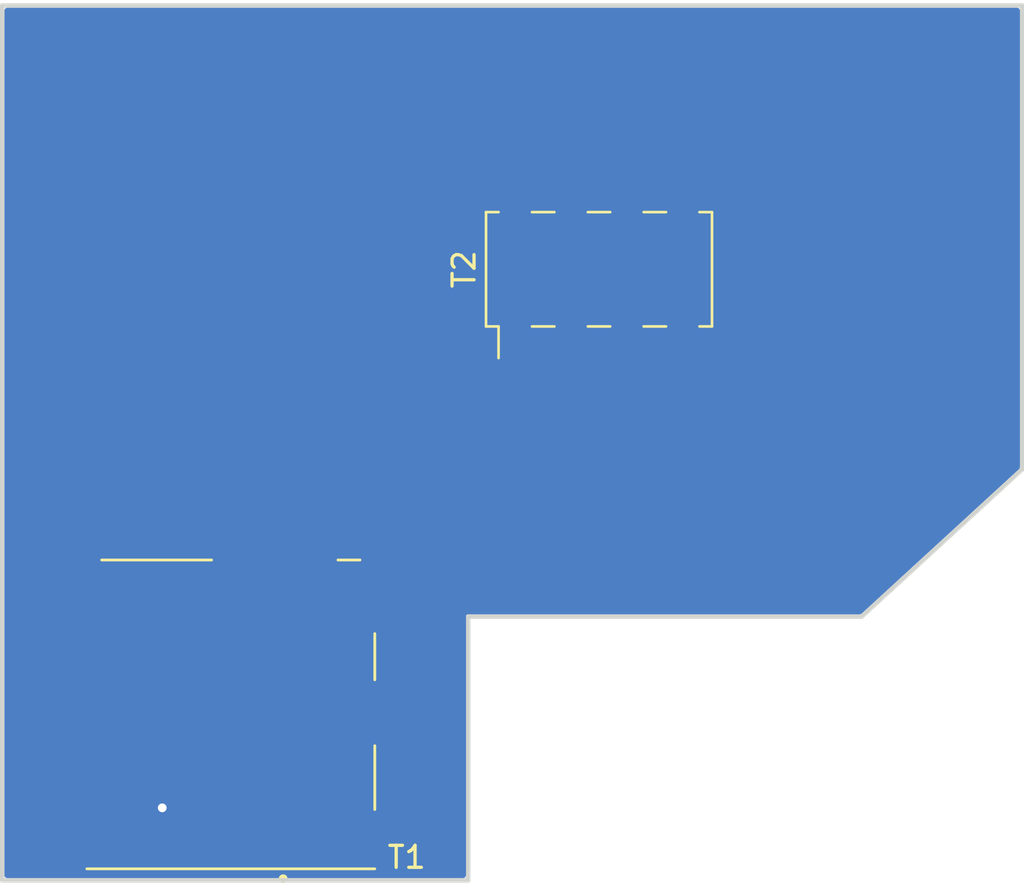
<source format=kicad_pcb>
(kicad_pcb (version 20221018) (generator pcbnew)
  (layers (0 "F.Cu" signal) (31 "B.Cu" signal) (34 "B.Paste" user) (35 "F.Paste" user) (36 "B.SilkS" user "B.Silkscreen") (37 "F.SilkS" user "F.Silkscreen") (38 "B.Mask" user) (39 "F.Mask" user) (44 "Edge.Cuts" user))
  (net 0 "")
  (net 1 "Net-(T1-Pad8)")
  (net 2 "Net-(T1-Pad7)")
  (net 3 "Net-(T1-Pad5)")
  (net 4 "Net-(T1-Pad4)")
  (net 5 "Net-(T1-Pad3)")
  (net 6 "Net-(T1-Pad2)")
  (net 7 "Net-(T1-Pad1)")
  (net 8 "Net-(T2-Pad1)")
  (net 9 "Net-(T2-Pad2)")
  (net 10 "Net-(T2-Pad3)")
  (net 11 "Net-(T2-Pad4)")
  (net 12 "Net-(T2-Pad5)")
  (net 13 "Net-(T2-Pad6)")
  (net 14 "Net-(T2-Pad7)")
  (net 15 "Net-(T2-Pad8)")
  (net 16 "GND")
  (footprint "AVR-KiCAD-Lib-Special:MOLEX_503398-1892" (layer "F.Cu") (at 114 132.25 180)
    (fp_text reference "T1" (at -8 -6.5) (layer "F.SilkS") (effects (font (size 1.000685 1.000685))))
    (fp_text value "5033981892")
    (fp_line (start -6.55 -7.025) (end 6.55 -7.025) (stroke (width 0.127)) (layer "F.SilkS"))
    (fp_line (start -6.55 -4.325) (end -6.55 -1.425) (stroke (width 0.127)) (layer "F.SilkS"))
    (fp_line (start -6.55 1.575) (end -6.55 3.675) (stroke (width 0.127)) (layer "F.SilkS"))
    (fp_line (start -5.876 7.025) (end -4.874 7.025) (stroke (width 0.127)) (layer "F.SilkS"))
    (fp_line (start 0.874 7.025) (end 5.876 7.025) (stroke (width 0.127)) (layer "F.SilkS"))
    (fp_circle (center -2.38 -7.475) (end -2.28 -7.475) (stroke (width 0.2)) (fill none) (layer "F.SilkS"))
    (pad "1" smd rect (at -2.38 -5.625 180) (size 0.7 1.1) (layers "F.Cu" "F.Paste" "F.Mask") (net 7 "Net-(T1-Pad1)"))
    (pad "2" smd rect (at -1.28 -5.625 180) (size 0.7 1.1) (layers "F.Cu" "F.Paste" "F.Mask") (net 6 "Net-(T1-Pad2)"))
    (pad "3" smd rect (at -0.18 -5.625 180) (size 0.7 1.1) (layers "F.Cu" "F.Paste" "F.Mask") (net 5 "Net-(T1-Pad3)"))
    (pad "4" smd rect (at 0.92 -5.625 180) (size 0.7 1.1) (layers "F.Cu" "F.Paste" "F.Mask") (net 4 "Net-(T1-Pad4)"))
    (pad "5" smd rect (at 2.02 -5.625 180) (size 0.7 1.1) (layers "F.Cu" "F.Paste" "F.Mask") (net 3 "Net-(T1-Pad5)"))
    (pad "6" smd rect (at 3.12 -5.625 180) (size 0.7 1.1) (layers "F.Cu" "F.Paste" "F.Mask") (net 16 "GND"))
    (pad "7" smd rect (at 4.22 -5.625 180) (size 0.7 1.1) (layers "F.Cu" "F.Paste" "F.Mask") (net 2 "Net-(T1-Pad7)"))
    (pad "8" smd rect (at 5.32 -5.625 180) (size 0.7 1.1) (layers "F.Cu" "F.Paste" "F.Mask") (net 1 "Net-(T1-Pad8)"))
    (pad "9" smd rect (at -4.17 6.84 180) (size 0.9 0.93) (layers "F.Cu" "F.Paste" "F.Mask"))
    (pad "10" smd rect (at 0.095 6.915 180) (size 1.05 0.78) (layers "F.Cu" "F.Paste" "F.Mask"))
    (pad "P1" smd rect (at -6.26 -5.61 180) (size 1.14 1.83) (layers "F.Cu" "F.Paste" "F.Mask"))
    (pad "P2" smd rect (at 6.4 -5.125 180) (size 0.86 2.8) (layers "F.Cu" "F.Paste" "F.Mask"))
    (pad "P3" smd rect (at -6.48 5.64 180) (size 0.7 3.33) (layers "F.Cu" "F.Paste" "F.Mask"))
    (pad "P4" smd rect (at 6.48 5.64 180) (size 0.7 3.33) (layers "F.Cu" "F.Paste" "F.Mask"))
  )
  (footprint "AVR-KiCAD-Lib-Connectors:TSM-104-01-S-DV_2x04_Pitch2.54mm_SMD" (layer "F.Cu") (at 130.75 112 90)
    (fp_text reference "T2" (at 0 -6.14 90) (layer "F.SilkS"))
    (fp_text value "TSM-104-01-S-DV")
    (fp_line (start -4.04 -4.57) (end -2.6 -4.57) (stroke (width 0.12)) (layer "F.SilkS"))
    (fp_line (start -2.6 -5.14) (end -2.6 -4.57) (stroke (width 0.12)) (layer "F.SilkS"))
    (fp_line (start -2.6 -5.14) (end 2.6 -5.14) (stroke (width 0.12)) (layer "F.SilkS"))
    (fp_line (start -2.6 -3.05) (end -2.6 -2.03) (stroke (width 0.12)) (layer "F.SilkS"))
    (fp_line (start -2.6 -0.51) (end -2.6 0.51) (stroke (width 0.12)) (layer "F.SilkS"))
    (fp_line (start -2.6 2.03) (end -2.6 3.05) (stroke (width 0.12)) (layer "F.SilkS"))
    (fp_line (start -2.6 4.57) (end -2.6 5.14) (stroke (width 0.12)) (layer "F.SilkS"))
    (fp_line (start -2.6 5.14) (end 2.6 5.14) (stroke (width 0.12)) (layer "F.SilkS"))
    (fp_line (start 2.6 -5.14) (end 2.6 -4.57) (stroke (width 0.12)) (layer "F.SilkS"))
    (fp_line (start 2.6 -3.05) (end 2.6 -2.03) (stroke (width 0.12)) (layer "F.SilkS"))
    (fp_line (start 2.6 -0.51) (end 2.6 0.51) (stroke (width 0.12)) (layer "F.SilkS"))
    (fp_line (start 2.6 2.03) (end 2.6 3.05) (stroke (width 0.12)) (layer "F.SilkS"))
    (fp_line (start 2.6 4.57) (end 2.6 5.14) (stroke (width 0.12)) (layer "F.SilkS"))
    (pad "1" smd rect (at -2.525 -3.81 90) (size 3.15 1) (layers "F.Cu" "F.Paste" "F.Mask") (net 8 "Net-(T2-Pad1)"))
    (pad "2" smd rect (at 2.525 -3.81 90) (size 3.15 1) (layers "F.Cu" "F.Paste" "F.Mask") (net 9 "Net-(T2-Pad2)"))
    (pad "3" smd rect (at -2.525 -1.27 90) (size 3.15 1) (layers "F.Cu" "F.Paste" "F.Mask") (net 10 "Net-(T2-Pad3)"))
    (pad "4" smd rect (at 2.525 -1.27 90) (size 3.15 1) (layers "F.Cu" "F.Paste" "F.Mask") (net 11 "Net-(T2-Pad4)"))
    (pad "5" smd rect (at -2.525 1.27 90) (size 3.15 1) (layers "F.Cu" "F.Paste" "F.Mask") (net 12 "Net-(T2-Pad5)"))
    (pad "6" smd rect (at 2.525 1.27 90) (size 3.15 1) (layers "F.Cu" "F.Paste" "F.Mask") (net 13 "Net-(T2-Pad6)"))
    (pad "7" smd rect (at -2.525 3.81 90) (size 3.15 1) (layers "F.Cu" "F.Paste" "F.Mask") (net 14 "Net-(T2-Pad7)"))
    (pad "8" smd rect (at 2.525 3.81 90) (size 3.15 1) (layers "F.Cu" "F.Paste" "F.Mask") (net 15 "Net-(T2-Pad8)"))
  )
  (gr_line (start 124.8 127.8) (end 124.8 139.799999) (stroke (width 0.2)) (layer "Edge.Cuts"))
  (gr_line (start 150 100) (end 150 121.1) (stroke (width 0.2)) (layer "Edge.Cuts"))
  (gr_line (start 150 121.1) (end 142.7 127.8) (stroke (width 0.2)) (layer "Edge.Cuts"))
  (gr_line (start 103.6 100) (end 103.6 139.799999) (stroke (width 0.2)) (layer "Edge.Cuts"))
  (gr_line (start 124.8 127.8) (end 142.7 127.8) (stroke (width 0.2)) (layer "Edge.Cuts"))
  (gr_line (start 150 100) (end 103.6 100) (stroke (width 0.2)) (layer "Edge.Cuts"))
  (gr_line (start 103.6 139.799999) (end 124.8 139.799999) (stroke (width 0.2)) (layer "Edge.Cuts"))
  (segment (start 110.88 137.875) (end 110.88 136.5) (width 0.25) (layer "F.Cu") (net 16))
  (via (at 110.88 136.5) (size 0.8) (drill 0.4) (layers "F.Cu" "B.Cu") (net 16))
  (zone (net 16) (net_name "GND") (layer "B.Cu") (connect_pads (clearance 0.508)) (min_thickness 0.254) (fill yes (thermal_gap 0.508) (thermal_bridge_width 0.508))
    (polygon (pts (xy 150 100) (xy 150 140.25) (xy 103.5 140.25) (xy 103.5 99.75)))
  )
)
</source>
